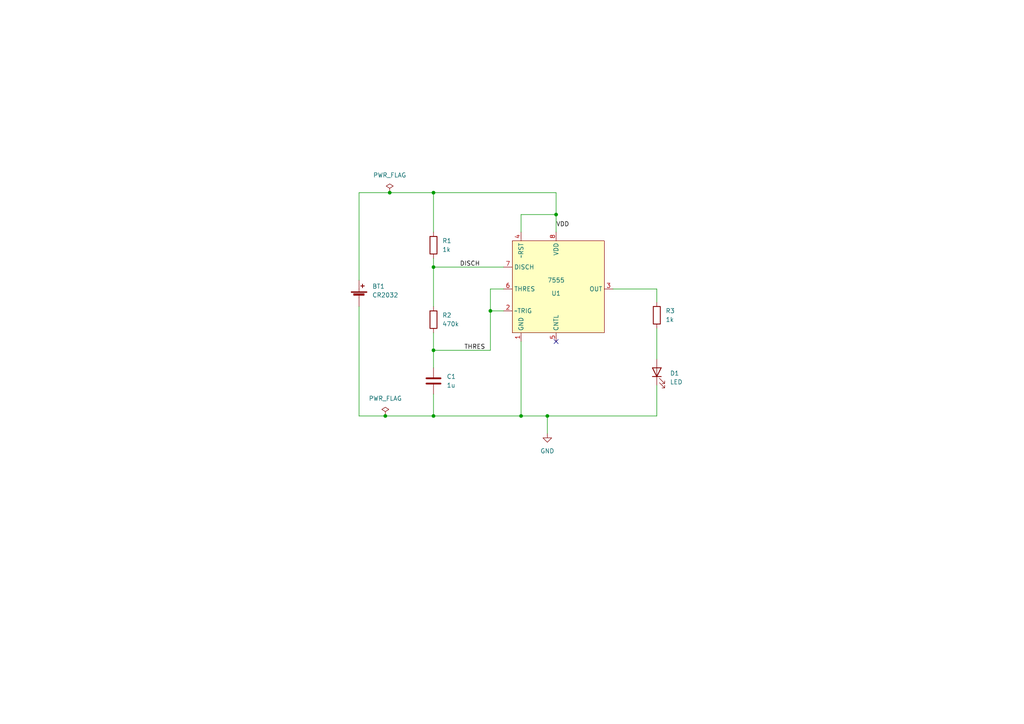
<source format=kicad_sch>
(kicad_sch (version 20211123) (generator eeschema)
  (paper "A4")
  (title_block (title "Getting to blinky") (date "2022-06-11") (rev "0"))
  (lib_symbols
    (symbol "Device:Battery_Cell" (pin_numbers hide) (pin_names (offset 0) hide)
      (property "Reference" "BT" (at 2.54 2.54 0))
      (property "Value" "Battery_Cell" (at 2.54 0 0))
      (symbol "Battery_Cell_0_1"
        (rectangle (start -2.286 1.778) (end 2.286 1.524) (fill (type outline)))
        (rectangle (start -1.5748 1.1938) (end 1.4732 0.6858) (fill (type outline)))
        (polyline (pts (xy 0 0.762) (xy 0 0)))
        (polyline (pts (xy 0 1.778) (xy 0 2.54)))
        (polyline (pts (xy 0.508 3.429) (xy 1.524 3.429)) (stroke (width 0.254)))
        (polyline (pts (xy 1.016 3.937) (xy 1.016 2.921)) (stroke (width 0.254)))
      )
      (symbol "Battery_Cell_1_1"
        (pin passive line (at 0 5.08 270) (length 2.54) (name "+") (number "1"))
        (pin passive line (at 0 -2.54 90) (length 2.54) (name "-") (number "2"))
      )
    )
    (symbol "Device:C" (pin_numbers hide) (pin_names (offset 0.254))
      (property "Reference" "C" (at 0.635 2.54 0))
      (property "Value" "C" (at 0.635 -2.54 0))
      (symbol "C_0_1"
        (polyline (pts (xy -2.032 -0.762) (xy 2.032 -0.762)) (stroke (width 0.508)))
        (polyline (pts (xy -2.032 0.762) (xy 2.032 0.762)) (stroke (width 0.508)))
      )
      (symbol "C_1_1"
        (pin passive line (at 0 3.81 270) (length 2.794) (name "~") (number "1"))
        (pin passive line (at 0 -3.81 90) (length 2.794) (name "~") (number "2"))
      )
    )
    (symbol "Device:LED" (pin_numbers hide) (pin_names (offset 1.016) hide)
      (property "Reference" "D" (at 0 2.54 0))
      (property "Value" "LED" (at 0 -2.54 0))
      (symbol "LED_0_1"
        (polyline (pts (xy -1.27 -1.27) (xy -1.27 1.27)) (stroke (width 0.254)))
        (polyline (pts (xy -1.27 0) (xy 1.27 0)))
        (polyline (pts (xy 1.27 -1.27) (xy 1.27 1.27) (xy -1.27 0) (xy 1.27 -1.27)) (stroke (width 0.254)))
        (polyline (pts (xy -3.048 -0.762) (xy -4.572 -2.286) (xy -3.81 -2.286) (xy -4.572 -2.286) (xy -4.572 -1.524)))
        (polyline (pts (xy -1.778 -0.762) (xy -3.302 -2.286) (xy -2.54 -2.286) (xy -3.302 -2.286) (xy -3.302 -1.524)))
      )
      (symbol "LED_1_1"
        (pin passive line (at -3.81 0 0) (length 2.54) (name "K") (number "1"))
        (pin passive line (at 3.81 0 180) (length 2.54) (name "A") (number "2"))
      )
    )
    (symbol "Device:R" (pin_numbers hide) (pin_names (offset 0))
      (property "Reference" "R" (at 2.032 0 90))
      (property "Value" "R" (at 0 0 90))
      (symbol "R_0_1"
        (rectangle (start -1.016 -2.54) (end 1.016 2.54) (stroke (width 0.254)))
      )
      (symbol "R_1_1"
        (pin passive line (at 0 3.81 270) (length 1.27) (name "~") (number "1"))
        (pin passive line (at 0 -3.81 90) (length 1.27) (name "~") (number "2"))
      )
    )
    (symbol "power:GND" (power) (pin_names (offset 0))
      (property "Value" "GND" (at 0 -3.81 0))
      (symbol "GND_0_1"
        (polyline (pts (xy 0 0) (xy 0 -1.27) (xy 1.27 -1.27) (xy 0 -2.54) (xy -1.27 -1.27) (xy 0 -1.27)))
      )
      (symbol "GND_1_1"
        (pin power_in line (at 0 0 270) (length 0) hide (name "GND") (number "1"))
      )
    )
    (symbol "power:PWR_FLAG" (power) (pin_numbers hide) (pin_names (offset 0) hide)
      (property "Value" "PWR_FLAG" (at 0 3.81 0))
      (symbol "PWR_FLAG_0_0"
        (pin power_out line (at 0 0 90) (length 0) (name "pwr") (number "1"))
      )
      (symbol "PWR_FLAG_0_1"
        (polyline (pts (xy 0 0) (xy 0 1.27) (xy -1.016 1.905) (xy 0 2.54) (xy 1.016 1.905) (xy 0 1.27)))
      )
    )
    (symbol "projSymbolLib:7555"
      (property "Reference" "U" (at 0 -2.54 0))
      (property "Value" "7555" (at 0 0 0))
      (symbol "7555_0_0"
        (pin input line (at 0 -15.24 90) (length 2.54) (name "CNTL") (number "5"))
        (pin input line (at -15.24 0 0) (length 2.54) (name "THRES") (number "6"))
        (pin input line (at -15.24 6.35 0) (length 2.54) (name "DISCH") (number "7"))
        (pin input line (at 0 16.51 270) (length 2.54) (name "VDD") (number "8"))
      )
      (symbol "7555_0_1"
        (rectangle (start -12.7 13.97) (end 13.97 -12.7) (fill (type background)))
      )
      (symbol "7555_1_1"
        (pin power_in line (at -10.16 -15.24 90) (length 2.54) (name "GND") (number "1"))
        (pin input line (at -15.24 -6.35 0) (length 2.54) (name "~TRIG") (number "2"))
        (pin output line (at 16.51 0 180) (length 2.54) (name "OUT") (number "3"))
        (pin input line (at -10.16 16.51 270) (length 2.54) (name "~RST") (number "4"))
      )
    )
  )
  (junction (at 111.76 120.65))
  (junction (at 125.73 55.88))
  (junction (at 125.73 101.6))
  (junction (at 158.75 120.65))
  (junction (at 142.24 90.17))
  (junction (at 125.73 77.47))
  (junction (at 151.13 120.65))
  (junction (at 113.03 55.88))
  (junction (at 125.73 120.65))
  (junction (at 161.29 62.23))
  (no_connect (at 161.29 99.06))
  (wire (pts (xy 151.13 120.65) (xy 158.75 120.65)))
  (wire (pts (xy 177.8 83.82) (xy 190.5 83.82)))
  (wire (pts (xy 146.05 77.47) (xy 125.73 77.47)))
  (wire (pts (xy 158.75 120.65) (xy 158.75 125.73)))
  (wire (pts (xy 142.24 90.17) (xy 142.24 101.6)))
  (wire (pts (xy 151.13 62.23) (xy 161.29 62.23)))
  (wire (pts (xy 104.14 55.88) (xy 113.03 55.88)))
  (wire (pts (xy 190.5 83.82) (xy 190.5 87.63)))
  (wire (pts (xy 151.13 120.65) (xy 125.73 120.65)))
  (wire (pts (xy 151.13 99.06) (xy 151.13 120.65)))
  (wire (pts (xy 125.73 55.88) (xy 161.29 55.88)))
  (wire (pts (xy 113.03 55.88) (xy 125.73 55.88)))
  (wire (pts (xy 146.05 83.82) (xy 142.24 83.82)))
  (wire (pts (xy 104.14 120.65) (xy 104.14 88.9)))
  (wire (pts (xy 125.73 120.65) (xy 111.76 120.65)))
  (wire (pts (xy 125.73 77.47) (xy 125.73 88.9)))
  (wire (pts (xy 125.73 101.6) (xy 125.73 106.68)))
  (wire (pts (xy 125.73 96.52) (xy 125.73 101.6)))
  (wire (pts (xy 125.73 74.93) (xy 125.73 77.47)))
  (wire (pts (xy 161.29 55.88) (xy 161.29 62.23)))
  (wire (pts (xy 142.24 83.82) (xy 142.24 90.17)))
  (wire (pts (xy 111.76 120.65) (xy 104.14 120.65)))
  (wire (pts (xy 125.73 101.6) (xy 142.24 101.6)))
  (wire (pts (xy 190.5 95.25) (xy 190.5 104.14)))
  (wire (pts (xy 142.24 90.17) (xy 146.05 90.17)))
  (wire (pts (xy 161.29 62.23) (xy 161.29 67.31)))
  (wire (pts (xy 125.73 55.88) (xy 125.73 67.31)))
  (wire (pts (xy 104.14 81.28) (xy 104.14 55.88)))
  (wire (pts (xy 190.5 111.76) (xy 190.5 120.65)))
  (wire (pts (xy 151.13 67.31) (xy 151.13 62.23)))
  (wire (pts (xy 158.75 120.65) (xy 190.5 120.65)))
  (wire (pts (xy 125.73 114.3) (xy 125.73 120.65)))
  (label "DISCH" (at 133.35 77.47 0))
  (label "THRES" (at 134.62 101.6 0))
  (label "VDD" (at 161.29 66.04 0))
  (symbol (lib_id "Device:Battery_Cell") (at 104.14 86.36 0) (unit 1)
    (property "Reference" "BT1" (at 107.95 83.0579 0) (effects (justify left)))
    (property "Value" "CR2032" (at 107.95 85.5979 0) (effects (justify left)))
    (property "Footprint" "projFootprintLib:S8211-46R" (effects hide))
  )
  (symbol (lib_id "power:PWR_FLAG") (at 113.03 55.88 0) (unit 1)
    (property "Reference" "#FLG0101" (effects hide))
    (property "Value" "PWR_FLAG" (at 113.03 50.8 0))
  )
  (symbol (lib_id "Device:LED") (at 190.5 107.95 90) (unit 1)
    (property "Reference" "D1" (at 194.31 108.2674 90) (effects (justify right)))
    (property "Value" "LED" (at 194.31 110.8074 90) (effects (justify right)))
    (property "Footprint" "LED_SMD:LED_0805_2012Metric_Pad1.15x1.40mm_HandSolder" (effects hide))
  )
  (symbol (lib_id "Device:C") (at 125.73 110.49 0) (unit 1)
    (property "Reference" "C1" (at 129.54 109.2199 0) (effects (justify left)))
    (property "Value" "1u" (at 129.54 111.7599 0) (effects (justify left)))
    (property "Footprint" "Capacitor_SMD:C_0805_2012Metric_Pad1.18x1.45mm_HandSolder" (effects hide))
  )
  (symbol (lib_id "Device:R") (at 190.5 91.44 0) (unit 1)
    (property "Reference" "R3" (at 193.04 90.1699 0) (effects (justify left)))
    (property "Value" "1k" (at 193.04 92.7099 0) (effects (justify left)))
    (property "Footprint" "Resistor_SMD:R_0805_2012Metric_Pad1.20x1.40mm_HandSolder" (effects hide))
  )
  (symbol (lib_id "projSymbolLib:7555") (at 161.29 83.82 0) (unit 1)
    (property "Reference" "U1" (at 161.29 85.09 0))
    (property "Value" "7555" (at 161.29 81.28 0))
    (property "Footprint" "Package_SO:SOIC-8_3.9x4.9mm_P1.27mm" (effects hide))
  )
  (symbol (lib_id "Device:R") (at 125.73 92.71 0) (unit 1)
    (property "Reference" "R2" (at 128.27 91.4399 0) (effects (justify left)))
    (property "Value" "470k" (at 128.27 93.9799 0) (effects (justify left)))
    (property "Footprint" "Resistor_SMD:R_0805_2012Metric_Pad1.20x1.40mm_HandSolder" (effects hide))
  )
  (symbol (lib_id "power:PWR_FLAG") (at 111.76 120.65 0) (unit 1)
    (property "Reference" "#FLG0102" (effects hide))
    (property "Value" "PWR_FLAG" (at 111.76 115.57 0))
  )
  (symbol (lib_id "power:GND") (at 158.75 125.73 0) (unit 1)
    (property "Reference" "#PWR01" (effects hide))
    (property "Value" "GND" (at 158.75 130.81 0))
  )
  (symbol (lib_id "Device:R") (at 125.73 71.12 0) (unit 1)
    (property "Reference" "R1" (at 128.27 69.8499 0) (effects (justify left)))
    (property "Value" "1k" (at 128.27 72.3899 0) (effects (justify left)))
    (property "Footprint" "Resistor_SMD:R_0805_2012Metric_Pad1.20x1.40mm_HandSolder" (effects hide))
  )
)
</source>
